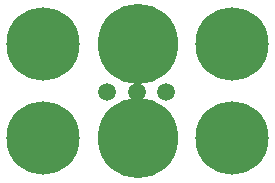
<source format=gtl>
%TF.GenerationSoftware,KiCad,Pcbnew,5.0.0-fee4fd1~66~ubuntu16.04.1*%
%TF.CreationDate,2018-09-24T14:57:35-07:00*%
%TF.ProjectId,2x3-Slide-Switch-EG1218-TH,3278332D536C6964652D537769746368,v1.4*%
%TF.SameCoordinates,Original*%
%TF.FileFunction,Copper,L1,Top,Signal*%
%TF.FilePolarity,Positive*%
%FSLAX46Y46*%
G04 Gerber Fmt 4.6, Leading zero omitted, Abs format (unit mm)*
G04 Created by KiCad (PCBNEW 5.0.0-fee4fd1~66~ubuntu16.04.1) date Mon Sep 24 14:57:35 2018*
%MOMM*%
%LPD*%
G01*
G04 APERTURE LIST*
%ADD10C,6.200000*%
%ADD11C,1.500000*%
%ADD12C,6.800000*%
%ADD13C,0.350000*%
G04 APERTURE END LIST*
D10*
X21559520Y-33219120D03*
X5559520Y-41219120D03*
D11*
X13498920Y-37244020D03*
X10998920Y-37244020D03*
X15998920Y-37244020D03*
D10*
X21559520Y-41219120D03*
X5559520Y-33219120D03*
D12*
X13559520Y-33219120D03*
X13559520Y-41219120D03*
D13*
X21559520Y-33219120D03*
X5559520Y-41219120D03*
X13498920Y-37244020D03*
X10998920Y-37244020D03*
X15998920Y-37244020D03*
X21559520Y-41219120D03*
X5559520Y-33219120D03*
X13559520Y-33219120D03*
X13559520Y-41219120D03*
M02*

</source>
